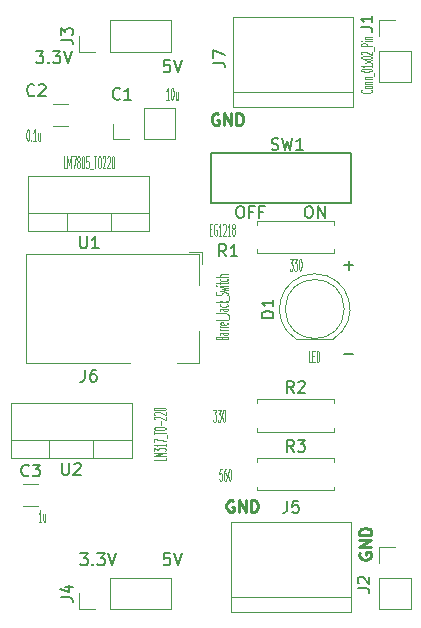
<source format=gbr>
%TF.GenerationSoftware,KiCad,Pcbnew,7.0.10*%
%TF.CreationDate,2024-02-15T23:55:06+08:00*%
%TF.ProjectId,Project 2 - Breadboard power supply,50726f6a-6563-4742-9032-202d20427265,rev?*%
%TF.SameCoordinates,Original*%
%TF.FileFunction,Legend,Top*%
%TF.FilePolarity,Positive*%
%FSLAX46Y46*%
G04 Gerber Fmt 4.6, Leading zero omitted, Abs format (unit mm)*
G04 Created by KiCad (PCBNEW 7.0.10) date 2024-02-15 23:55:06*
%MOMM*%
%LPD*%
G01*
G04 APERTURE LIST*
%ADD10C,0.150000*%
%ADD11C,0.250000*%
%ADD12C,0.100000*%
%ADD13C,0.120000*%
%ADD14C,0.152400*%
G04 APERTURE END LIST*
D10*
X78977255Y-69719819D02*
X79167731Y-69719819D01*
X79167731Y-69719819D02*
X79262969Y-69767438D01*
X79262969Y-69767438D02*
X79358207Y-69862676D01*
X79358207Y-69862676D02*
X79405826Y-70053152D01*
X79405826Y-70053152D02*
X79405826Y-70386485D01*
X79405826Y-70386485D02*
X79358207Y-70576961D01*
X79358207Y-70576961D02*
X79262969Y-70672200D01*
X79262969Y-70672200D02*
X79167731Y-70719819D01*
X79167731Y-70719819D02*
X78977255Y-70719819D01*
X78977255Y-70719819D02*
X78882017Y-70672200D01*
X78882017Y-70672200D02*
X78786779Y-70576961D01*
X78786779Y-70576961D02*
X78739160Y-70386485D01*
X78739160Y-70386485D02*
X78739160Y-70053152D01*
X78739160Y-70053152D02*
X78786779Y-69862676D01*
X78786779Y-69862676D02*
X78882017Y-69767438D01*
X78882017Y-69767438D02*
X78977255Y-69719819D01*
X79834398Y-70719819D02*
X79834398Y-69719819D01*
X79834398Y-69719819D02*
X80405826Y-70719819D01*
X80405826Y-70719819D02*
X80405826Y-69719819D01*
X73177255Y-69719819D02*
X73367731Y-69719819D01*
X73367731Y-69719819D02*
X73462969Y-69767438D01*
X73462969Y-69767438D02*
X73558207Y-69862676D01*
X73558207Y-69862676D02*
X73605826Y-70053152D01*
X73605826Y-70053152D02*
X73605826Y-70386485D01*
X73605826Y-70386485D02*
X73558207Y-70576961D01*
X73558207Y-70576961D02*
X73462969Y-70672200D01*
X73462969Y-70672200D02*
X73367731Y-70719819D01*
X73367731Y-70719819D02*
X73177255Y-70719819D01*
X73177255Y-70719819D02*
X73082017Y-70672200D01*
X73082017Y-70672200D02*
X72986779Y-70576961D01*
X72986779Y-70576961D02*
X72939160Y-70386485D01*
X72939160Y-70386485D02*
X72939160Y-70053152D01*
X72939160Y-70053152D02*
X72986779Y-69862676D01*
X72986779Y-69862676D02*
X73082017Y-69767438D01*
X73082017Y-69767438D02*
X73177255Y-69719819D01*
X74367731Y-70196009D02*
X74034398Y-70196009D01*
X74034398Y-70719819D02*
X74034398Y-69719819D01*
X74034398Y-69719819D02*
X74510588Y-69719819D01*
X75224874Y-70196009D02*
X74891541Y-70196009D01*
X74891541Y-70719819D02*
X74891541Y-69719819D01*
X74891541Y-69719819D02*
X75367731Y-69719819D01*
X82086779Y-82238866D02*
X82848684Y-82238866D01*
X82086779Y-74738866D02*
X82848684Y-74738866D01*
X82467731Y-75119819D02*
X82467731Y-74357914D01*
X59741541Y-99119819D02*
X60360588Y-99119819D01*
X60360588Y-99119819D02*
X60027255Y-99500771D01*
X60027255Y-99500771D02*
X60170112Y-99500771D01*
X60170112Y-99500771D02*
X60265350Y-99548390D01*
X60265350Y-99548390D02*
X60312969Y-99596009D01*
X60312969Y-99596009D02*
X60360588Y-99691247D01*
X60360588Y-99691247D02*
X60360588Y-99929342D01*
X60360588Y-99929342D02*
X60312969Y-100024580D01*
X60312969Y-100024580D02*
X60265350Y-100072200D01*
X60265350Y-100072200D02*
X60170112Y-100119819D01*
X60170112Y-100119819D02*
X59884398Y-100119819D01*
X59884398Y-100119819D02*
X59789160Y-100072200D01*
X59789160Y-100072200D02*
X59741541Y-100024580D01*
X60789160Y-100024580D02*
X60836779Y-100072200D01*
X60836779Y-100072200D02*
X60789160Y-100119819D01*
X60789160Y-100119819D02*
X60741541Y-100072200D01*
X60741541Y-100072200D02*
X60789160Y-100024580D01*
X60789160Y-100024580D02*
X60789160Y-100119819D01*
X61170112Y-99119819D02*
X61789159Y-99119819D01*
X61789159Y-99119819D02*
X61455826Y-99500771D01*
X61455826Y-99500771D02*
X61598683Y-99500771D01*
X61598683Y-99500771D02*
X61693921Y-99548390D01*
X61693921Y-99548390D02*
X61741540Y-99596009D01*
X61741540Y-99596009D02*
X61789159Y-99691247D01*
X61789159Y-99691247D02*
X61789159Y-99929342D01*
X61789159Y-99929342D02*
X61741540Y-100024580D01*
X61741540Y-100024580D02*
X61693921Y-100072200D01*
X61693921Y-100072200D02*
X61598683Y-100119819D01*
X61598683Y-100119819D02*
X61312969Y-100119819D01*
X61312969Y-100119819D02*
X61217731Y-100072200D01*
X61217731Y-100072200D02*
X61170112Y-100024580D01*
X62074874Y-99119819D02*
X62408207Y-100119819D01*
X62408207Y-100119819D02*
X62741540Y-99119819D01*
X55991541Y-56619819D02*
X56610588Y-56619819D01*
X56610588Y-56619819D02*
X56277255Y-57000771D01*
X56277255Y-57000771D02*
X56420112Y-57000771D01*
X56420112Y-57000771D02*
X56515350Y-57048390D01*
X56515350Y-57048390D02*
X56562969Y-57096009D01*
X56562969Y-57096009D02*
X56610588Y-57191247D01*
X56610588Y-57191247D02*
X56610588Y-57429342D01*
X56610588Y-57429342D02*
X56562969Y-57524580D01*
X56562969Y-57524580D02*
X56515350Y-57572200D01*
X56515350Y-57572200D02*
X56420112Y-57619819D01*
X56420112Y-57619819D02*
X56134398Y-57619819D01*
X56134398Y-57619819D02*
X56039160Y-57572200D01*
X56039160Y-57572200D02*
X55991541Y-57524580D01*
X57039160Y-57524580D02*
X57086779Y-57572200D01*
X57086779Y-57572200D02*
X57039160Y-57619819D01*
X57039160Y-57619819D02*
X56991541Y-57572200D01*
X56991541Y-57572200D02*
X57039160Y-57524580D01*
X57039160Y-57524580D02*
X57039160Y-57619819D01*
X57420112Y-56619819D02*
X58039159Y-56619819D01*
X58039159Y-56619819D02*
X57705826Y-57000771D01*
X57705826Y-57000771D02*
X57848683Y-57000771D01*
X57848683Y-57000771D02*
X57943921Y-57048390D01*
X57943921Y-57048390D02*
X57991540Y-57096009D01*
X57991540Y-57096009D02*
X58039159Y-57191247D01*
X58039159Y-57191247D02*
X58039159Y-57429342D01*
X58039159Y-57429342D02*
X57991540Y-57524580D01*
X57991540Y-57524580D02*
X57943921Y-57572200D01*
X57943921Y-57572200D02*
X57848683Y-57619819D01*
X57848683Y-57619819D02*
X57562969Y-57619819D01*
X57562969Y-57619819D02*
X57467731Y-57572200D01*
X57467731Y-57572200D02*
X57420112Y-57524580D01*
X58324874Y-56619819D02*
X58658207Y-57619819D01*
X58658207Y-57619819D02*
X58991540Y-56619819D01*
X67312969Y-57369819D02*
X66836779Y-57369819D01*
X66836779Y-57369819D02*
X66789160Y-57846009D01*
X66789160Y-57846009D02*
X66836779Y-57798390D01*
X66836779Y-57798390D02*
X66932017Y-57750771D01*
X66932017Y-57750771D02*
X67170112Y-57750771D01*
X67170112Y-57750771D02*
X67265350Y-57798390D01*
X67265350Y-57798390D02*
X67312969Y-57846009D01*
X67312969Y-57846009D02*
X67360588Y-57941247D01*
X67360588Y-57941247D02*
X67360588Y-58179342D01*
X67360588Y-58179342D02*
X67312969Y-58274580D01*
X67312969Y-58274580D02*
X67265350Y-58322200D01*
X67265350Y-58322200D02*
X67170112Y-58369819D01*
X67170112Y-58369819D02*
X66932017Y-58369819D01*
X66932017Y-58369819D02*
X66836779Y-58322200D01*
X66836779Y-58322200D02*
X66789160Y-58274580D01*
X67646303Y-57369819D02*
X67979636Y-58369819D01*
X67979636Y-58369819D02*
X68312969Y-57369819D01*
X67312969Y-99119819D02*
X66836779Y-99119819D01*
X66836779Y-99119819D02*
X66789160Y-99596009D01*
X66789160Y-99596009D02*
X66836779Y-99548390D01*
X66836779Y-99548390D02*
X66932017Y-99500771D01*
X66932017Y-99500771D02*
X67170112Y-99500771D01*
X67170112Y-99500771D02*
X67265350Y-99548390D01*
X67265350Y-99548390D02*
X67312969Y-99596009D01*
X67312969Y-99596009D02*
X67360588Y-99691247D01*
X67360588Y-99691247D02*
X67360588Y-99929342D01*
X67360588Y-99929342D02*
X67312969Y-100024580D01*
X67312969Y-100024580D02*
X67265350Y-100072200D01*
X67265350Y-100072200D02*
X67170112Y-100119819D01*
X67170112Y-100119819D02*
X66932017Y-100119819D01*
X66932017Y-100119819D02*
X66836779Y-100072200D01*
X66836779Y-100072200D02*
X66789160Y-100024580D01*
X67646303Y-99119819D02*
X67979636Y-100119819D01*
X67979636Y-100119819D02*
X68312969Y-99119819D01*
D11*
X83412238Y-99073622D02*
X83364619Y-99168860D01*
X83364619Y-99168860D02*
X83364619Y-99311717D01*
X83364619Y-99311717D02*
X83412238Y-99454574D01*
X83412238Y-99454574D02*
X83507476Y-99549812D01*
X83507476Y-99549812D02*
X83602714Y-99597431D01*
X83602714Y-99597431D02*
X83793190Y-99645050D01*
X83793190Y-99645050D02*
X83936047Y-99645050D01*
X83936047Y-99645050D02*
X84126523Y-99597431D01*
X84126523Y-99597431D02*
X84221761Y-99549812D01*
X84221761Y-99549812D02*
X84317000Y-99454574D01*
X84317000Y-99454574D02*
X84364619Y-99311717D01*
X84364619Y-99311717D02*
X84364619Y-99216479D01*
X84364619Y-99216479D02*
X84317000Y-99073622D01*
X84317000Y-99073622D02*
X84269380Y-99026003D01*
X84269380Y-99026003D02*
X83936047Y-99026003D01*
X83936047Y-99026003D02*
X83936047Y-99216479D01*
X84364619Y-98597431D02*
X83364619Y-98597431D01*
X83364619Y-98597431D02*
X84364619Y-98026003D01*
X84364619Y-98026003D02*
X83364619Y-98026003D01*
X84364619Y-97549812D02*
X83364619Y-97549812D01*
X83364619Y-97549812D02*
X83364619Y-97311717D01*
X83364619Y-97311717D02*
X83412238Y-97168860D01*
X83412238Y-97168860D02*
X83507476Y-97073622D01*
X83507476Y-97073622D02*
X83602714Y-97026003D01*
X83602714Y-97026003D02*
X83793190Y-96978384D01*
X83793190Y-96978384D02*
X83936047Y-96978384D01*
X83936047Y-96978384D02*
X84126523Y-97026003D01*
X84126523Y-97026003D02*
X84221761Y-97073622D01*
X84221761Y-97073622D02*
X84317000Y-97168860D01*
X84317000Y-97168860D02*
X84364619Y-97311717D01*
X84364619Y-97311717D02*
X84364619Y-97549812D01*
X72676377Y-94662238D02*
X72581139Y-94614619D01*
X72581139Y-94614619D02*
X72438282Y-94614619D01*
X72438282Y-94614619D02*
X72295425Y-94662238D01*
X72295425Y-94662238D02*
X72200187Y-94757476D01*
X72200187Y-94757476D02*
X72152568Y-94852714D01*
X72152568Y-94852714D02*
X72104949Y-95043190D01*
X72104949Y-95043190D02*
X72104949Y-95186047D01*
X72104949Y-95186047D02*
X72152568Y-95376523D01*
X72152568Y-95376523D02*
X72200187Y-95471761D01*
X72200187Y-95471761D02*
X72295425Y-95567000D01*
X72295425Y-95567000D02*
X72438282Y-95614619D01*
X72438282Y-95614619D02*
X72533520Y-95614619D01*
X72533520Y-95614619D02*
X72676377Y-95567000D01*
X72676377Y-95567000D02*
X72723996Y-95519380D01*
X72723996Y-95519380D02*
X72723996Y-95186047D01*
X72723996Y-95186047D02*
X72533520Y-95186047D01*
X73152568Y-95614619D02*
X73152568Y-94614619D01*
X73152568Y-94614619D02*
X73723996Y-95614619D01*
X73723996Y-95614619D02*
X73723996Y-94614619D01*
X74200187Y-95614619D02*
X74200187Y-94614619D01*
X74200187Y-94614619D02*
X74438282Y-94614619D01*
X74438282Y-94614619D02*
X74581139Y-94662238D01*
X74581139Y-94662238D02*
X74676377Y-94757476D01*
X74676377Y-94757476D02*
X74723996Y-94852714D01*
X74723996Y-94852714D02*
X74771615Y-95043190D01*
X74771615Y-95043190D02*
X74771615Y-95186047D01*
X74771615Y-95186047D02*
X74723996Y-95376523D01*
X74723996Y-95376523D02*
X74676377Y-95471761D01*
X74676377Y-95471761D02*
X74581139Y-95567000D01*
X74581139Y-95567000D02*
X74438282Y-95614619D01*
X74438282Y-95614619D02*
X74200187Y-95614619D01*
X71426377Y-61912238D02*
X71331139Y-61864619D01*
X71331139Y-61864619D02*
X71188282Y-61864619D01*
X71188282Y-61864619D02*
X71045425Y-61912238D01*
X71045425Y-61912238D02*
X70950187Y-62007476D01*
X70950187Y-62007476D02*
X70902568Y-62102714D01*
X70902568Y-62102714D02*
X70854949Y-62293190D01*
X70854949Y-62293190D02*
X70854949Y-62436047D01*
X70854949Y-62436047D02*
X70902568Y-62626523D01*
X70902568Y-62626523D02*
X70950187Y-62721761D01*
X70950187Y-62721761D02*
X71045425Y-62817000D01*
X71045425Y-62817000D02*
X71188282Y-62864619D01*
X71188282Y-62864619D02*
X71283520Y-62864619D01*
X71283520Y-62864619D02*
X71426377Y-62817000D01*
X71426377Y-62817000D02*
X71473996Y-62769380D01*
X71473996Y-62769380D02*
X71473996Y-62436047D01*
X71473996Y-62436047D02*
X71283520Y-62436047D01*
X71902568Y-62864619D02*
X71902568Y-61864619D01*
X71902568Y-61864619D02*
X72473996Y-62864619D01*
X72473996Y-62864619D02*
X72473996Y-61864619D01*
X72950187Y-62864619D02*
X72950187Y-61864619D01*
X72950187Y-61864619D02*
X73188282Y-61864619D01*
X73188282Y-61864619D02*
X73331139Y-61912238D01*
X73331139Y-61912238D02*
X73426377Y-62007476D01*
X73426377Y-62007476D02*
X73473996Y-62102714D01*
X73473996Y-62102714D02*
X73521615Y-62293190D01*
X73521615Y-62293190D02*
X73521615Y-62436047D01*
X73521615Y-62436047D02*
X73473996Y-62626523D01*
X73473996Y-62626523D02*
X73426377Y-62721761D01*
X73426377Y-62721761D02*
X73331139Y-62817000D01*
X73331139Y-62817000D02*
X73188282Y-62864619D01*
X73188282Y-62864619D02*
X72950187Y-62864619D01*
D10*
X58084819Y-102833333D02*
X58799104Y-102833333D01*
X58799104Y-102833333D02*
X58941961Y-102880952D01*
X58941961Y-102880952D02*
X59037200Y-102976190D01*
X59037200Y-102976190D02*
X59084819Y-103119047D01*
X59084819Y-103119047D02*
X59084819Y-103214285D01*
X58418152Y-101928571D02*
X59084819Y-101928571D01*
X58037200Y-102166666D02*
X58751485Y-102404761D01*
X58751485Y-102404761D02*
X58751485Y-101785714D01*
X58084819Y-55633333D02*
X58799104Y-55633333D01*
X58799104Y-55633333D02*
X58941961Y-55680952D01*
X58941961Y-55680952D02*
X59037200Y-55776190D01*
X59037200Y-55776190D02*
X59084819Y-55919047D01*
X59084819Y-55919047D02*
X59084819Y-56014285D01*
X58084819Y-55252380D02*
X58084819Y-54633333D01*
X58084819Y-54633333D02*
X58465771Y-54966666D01*
X58465771Y-54966666D02*
X58465771Y-54823809D01*
X58465771Y-54823809D02*
X58513390Y-54728571D01*
X58513390Y-54728571D02*
X58561009Y-54680952D01*
X58561009Y-54680952D02*
X58656247Y-54633333D01*
X58656247Y-54633333D02*
X58894342Y-54633333D01*
X58894342Y-54633333D02*
X58989580Y-54680952D01*
X58989580Y-54680952D02*
X59037200Y-54728571D01*
X59037200Y-54728571D02*
X59084819Y-54823809D01*
X59084819Y-54823809D02*
X59084819Y-55109523D01*
X59084819Y-55109523D02*
X59037200Y-55204761D01*
X59037200Y-55204761D02*
X58989580Y-55252380D01*
X77798333Y-90509819D02*
X77465000Y-90033628D01*
X77226905Y-90509819D02*
X77226905Y-89509819D01*
X77226905Y-89509819D02*
X77607857Y-89509819D01*
X77607857Y-89509819D02*
X77703095Y-89557438D01*
X77703095Y-89557438D02*
X77750714Y-89605057D01*
X77750714Y-89605057D02*
X77798333Y-89700295D01*
X77798333Y-89700295D02*
X77798333Y-89843152D01*
X77798333Y-89843152D02*
X77750714Y-89938390D01*
X77750714Y-89938390D02*
X77703095Y-89986009D01*
X77703095Y-89986009D02*
X77607857Y-90033628D01*
X77607857Y-90033628D02*
X77226905Y-90033628D01*
X78131667Y-89509819D02*
X78750714Y-89509819D01*
X78750714Y-89509819D02*
X78417381Y-89890771D01*
X78417381Y-89890771D02*
X78560238Y-89890771D01*
X78560238Y-89890771D02*
X78655476Y-89938390D01*
X78655476Y-89938390D02*
X78703095Y-89986009D01*
X78703095Y-89986009D02*
X78750714Y-90081247D01*
X78750714Y-90081247D02*
X78750714Y-90319342D01*
X78750714Y-90319342D02*
X78703095Y-90414580D01*
X78703095Y-90414580D02*
X78655476Y-90462200D01*
X78655476Y-90462200D02*
X78560238Y-90509819D01*
X78560238Y-90509819D02*
X78274524Y-90509819D01*
X78274524Y-90509819D02*
X78179286Y-90462200D01*
X78179286Y-90462200D02*
X78131667Y-90414580D01*
D12*
X71714286Y-91957419D02*
X71523810Y-91957419D01*
X71523810Y-91957419D02*
X71504762Y-92433609D01*
X71504762Y-92433609D02*
X71523810Y-92385990D01*
X71523810Y-92385990D02*
X71561905Y-92338371D01*
X71561905Y-92338371D02*
X71657143Y-92338371D01*
X71657143Y-92338371D02*
X71695238Y-92385990D01*
X71695238Y-92385990D02*
X71714286Y-92433609D01*
X71714286Y-92433609D02*
X71733333Y-92528847D01*
X71733333Y-92528847D02*
X71733333Y-92766942D01*
X71733333Y-92766942D02*
X71714286Y-92862180D01*
X71714286Y-92862180D02*
X71695238Y-92909800D01*
X71695238Y-92909800D02*
X71657143Y-92957419D01*
X71657143Y-92957419D02*
X71561905Y-92957419D01*
X71561905Y-92957419D02*
X71523810Y-92909800D01*
X71523810Y-92909800D02*
X71504762Y-92862180D01*
X72076190Y-91957419D02*
X72000000Y-91957419D01*
X72000000Y-91957419D02*
X71961904Y-92005038D01*
X71961904Y-92005038D02*
X71942857Y-92052657D01*
X71942857Y-92052657D02*
X71904762Y-92195514D01*
X71904762Y-92195514D02*
X71885714Y-92385990D01*
X71885714Y-92385990D02*
X71885714Y-92766942D01*
X71885714Y-92766942D02*
X71904762Y-92862180D01*
X71904762Y-92862180D02*
X71923809Y-92909800D01*
X71923809Y-92909800D02*
X71961904Y-92957419D01*
X71961904Y-92957419D02*
X72038095Y-92957419D01*
X72038095Y-92957419D02*
X72076190Y-92909800D01*
X72076190Y-92909800D02*
X72095238Y-92862180D01*
X72095238Y-92862180D02*
X72114285Y-92766942D01*
X72114285Y-92766942D02*
X72114285Y-92528847D01*
X72114285Y-92528847D02*
X72095238Y-92433609D01*
X72095238Y-92433609D02*
X72076190Y-92385990D01*
X72076190Y-92385990D02*
X72038095Y-92338371D01*
X72038095Y-92338371D02*
X71961904Y-92338371D01*
X71961904Y-92338371D02*
X71923809Y-92385990D01*
X71923809Y-92385990D02*
X71904762Y-92433609D01*
X71904762Y-92433609D02*
X71885714Y-92528847D01*
X72361904Y-91957419D02*
X72399999Y-91957419D01*
X72399999Y-91957419D02*
X72438095Y-92005038D01*
X72438095Y-92005038D02*
X72457142Y-92052657D01*
X72457142Y-92052657D02*
X72476190Y-92147895D01*
X72476190Y-92147895D02*
X72495237Y-92338371D01*
X72495237Y-92338371D02*
X72495237Y-92576466D01*
X72495237Y-92576466D02*
X72476190Y-92766942D01*
X72476190Y-92766942D02*
X72457142Y-92862180D01*
X72457142Y-92862180D02*
X72438095Y-92909800D01*
X72438095Y-92909800D02*
X72399999Y-92957419D01*
X72399999Y-92957419D02*
X72361904Y-92957419D01*
X72361904Y-92957419D02*
X72323809Y-92909800D01*
X72323809Y-92909800D02*
X72304761Y-92862180D01*
X72304761Y-92862180D02*
X72285714Y-92766942D01*
X72285714Y-92766942D02*
X72266666Y-92576466D01*
X72266666Y-92576466D02*
X72266666Y-92338371D01*
X72266666Y-92338371D02*
X72285714Y-92147895D01*
X72285714Y-92147895D02*
X72304761Y-92052657D01*
X72304761Y-92052657D02*
X72323809Y-92005038D01*
X72323809Y-92005038D02*
X72361904Y-91957419D01*
D10*
X59698095Y-72274819D02*
X59698095Y-73084342D01*
X59698095Y-73084342D02*
X59745714Y-73179580D01*
X59745714Y-73179580D02*
X59793333Y-73227200D01*
X59793333Y-73227200D02*
X59888571Y-73274819D01*
X59888571Y-73274819D02*
X60079047Y-73274819D01*
X60079047Y-73274819D02*
X60174285Y-73227200D01*
X60174285Y-73227200D02*
X60221904Y-73179580D01*
X60221904Y-73179580D02*
X60269523Y-73084342D01*
X60269523Y-73084342D02*
X60269523Y-72274819D01*
X61269523Y-73274819D02*
X60698095Y-73274819D01*
X60983809Y-73274819D02*
X60983809Y-72274819D01*
X60983809Y-72274819D02*
X60888571Y-72417676D01*
X60888571Y-72417676D02*
X60793333Y-72512914D01*
X60793333Y-72512914D02*
X60698095Y-72560533D01*
D12*
X58507620Y-66507419D02*
X58317144Y-66507419D01*
X58317144Y-66507419D02*
X58317144Y-65507419D01*
X58640954Y-66507419D02*
X58640954Y-65507419D01*
X58640954Y-65507419D02*
X58774287Y-66221704D01*
X58774287Y-66221704D02*
X58907620Y-65507419D01*
X58907620Y-65507419D02*
X58907620Y-66507419D01*
X59060001Y-65507419D02*
X59326668Y-65507419D01*
X59326668Y-65507419D02*
X59155239Y-66507419D01*
X59536191Y-65935990D02*
X59498096Y-65888371D01*
X59498096Y-65888371D02*
X59479049Y-65840752D01*
X59479049Y-65840752D02*
X59460001Y-65745514D01*
X59460001Y-65745514D02*
X59460001Y-65697895D01*
X59460001Y-65697895D02*
X59479049Y-65602657D01*
X59479049Y-65602657D02*
X59498096Y-65555038D01*
X59498096Y-65555038D02*
X59536191Y-65507419D01*
X59536191Y-65507419D02*
X59612382Y-65507419D01*
X59612382Y-65507419D02*
X59650477Y-65555038D01*
X59650477Y-65555038D02*
X59669525Y-65602657D01*
X59669525Y-65602657D02*
X59688572Y-65697895D01*
X59688572Y-65697895D02*
X59688572Y-65745514D01*
X59688572Y-65745514D02*
X59669525Y-65840752D01*
X59669525Y-65840752D02*
X59650477Y-65888371D01*
X59650477Y-65888371D02*
X59612382Y-65935990D01*
X59612382Y-65935990D02*
X59536191Y-65935990D01*
X59536191Y-65935990D02*
X59498096Y-65983609D01*
X59498096Y-65983609D02*
X59479049Y-66031228D01*
X59479049Y-66031228D02*
X59460001Y-66126466D01*
X59460001Y-66126466D02*
X59460001Y-66316942D01*
X59460001Y-66316942D02*
X59479049Y-66412180D01*
X59479049Y-66412180D02*
X59498096Y-66459800D01*
X59498096Y-66459800D02*
X59536191Y-66507419D01*
X59536191Y-66507419D02*
X59612382Y-66507419D01*
X59612382Y-66507419D02*
X59650477Y-66459800D01*
X59650477Y-66459800D02*
X59669525Y-66412180D01*
X59669525Y-66412180D02*
X59688572Y-66316942D01*
X59688572Y-66316942D02*
X59688572Y-66126466D01*
X59688572Y-66126466D02*
X59669525Y-66031228D01*
X59669525Y-66031228D02*
X59650477Y-65983609D01*
X59650477Y-65983609D02*
X59612382Y-65935990D01*
X59936191Y-65507419D02*
X59974286Y-65507419D01*
X59974286Y-65507419D02*
X60012382Y-65555038D01*
X60012382Y-65555038D02*
X60031429Y-65602657D01*
X60031429Y-65602657D02*
X60050477Y-65697895D01*
X60050477Y-65697895D02*
X60069524Y-65888371D01*
X60069524Y-65888371D02*
X60069524Y-66126466D01*
X60069524Y-66126466D02*
X60050477Y-66316942D01*
X60050477Y-66316942D02*
X60031429Y-66412180D01*
X60031429Y-66412180D02*
X60012382Y-66459800D01*
X60012382Y-66459800D02*
X59974286Y-66507419D01*
X59974286Y-66507419D02*
X59936191Y-66507419D01*
X59936191Y-66507419D02*
X59898096Y-66459800D01*
X59898096Y-66459800D02*
X59879048Y-66412180D01*
X59879048Y-66412180D02*
X59860001Y-66316942D01*
X59860001Y-66316942D02*
X59840953Y-66126466D01*
X59840953Y-66126466D02*
X59840953Y-65888371D01*
X59840953Y-65888371D02*
X59860001Y-65697895D01*
X59860001Y-65697895D02*
X59879048Y-65602657D01*
X59879048Y-65602657D02*
X59898096Y-65555038D01*
X59898096Y-65555038D02*
X59936191Y-65507419D01*
X60431429Y-65507419D02*
X60240953Y-65507419D01*
X60240953Y-65507419D02*
X60221905Y-65983609D01*
X60221905Y-65983609D02*
X60240953Y-65935990D01*
X60240953Y-65935990D02*
X60279048Y-65888371D01*
X60279048Y-65888371D02*
X60374286Y-65888371D01*
X60374286Y-65888371D02*
X60412381Y-65935990D01*
X60412381Y-65935990D02*
X60431429Y-65983609D01*
X60431429Y-65983609D02*
X60450476Y-66078847D01*
X60450476Y-66078847D02*
X60450476Y-66316942D01*
X60450476Y-66316942D02*
X60431429Y-66412180D01*
X60431429Y-66412180D02*
X60412381Y-66459800D01*
X60412381Y-66459800D02*
X60374286Y-66507419D01*
X60374286Y-66507419D02*
X60279048Y-66507419D01*
X60279048Y-66507419D02*
X60240953Y-66459800D01*
X60240953Y-66459800D02*
X60221905Y-66412180D01*
X60526667Y-66602657D02*
X60831428Y-66602657D01*
X60869524Y-65507419D02*
X61098095Y-65507419D01*
X60983809Y-66507419D02*
X60983809Y-65507419D01*
X61307619Y-65507419D02*
X61383810Y-65507419D01*
X61383810Y-65507419D02*
X61421905Y-65555038D01*
X61421905Y-65555038D02*
X61460000Y-65650276D01*
X61460000Y-65650276D02*
X61479048Y-65840752D01*
X61479048Y-65840752D02*
X61479048Y-66174085D01*
X61479048Y-66174085D02*
X61460000Y-66364561D01*
X61460000Y-66364561D02*
X61421905Y-66459800D01*
X61421905Y-66459800D02*
X61383810Y-66507419D01*
X61383810Y-66507419D02*
X61307619Y-66507419D01*
X61307619Y-66507419D02*
X61269524Y-66459800D01*
X61269524Y-66459800D02*
X61231429Y-66364561D01*
X61231429Y-66364561D02*
X61212381Y-66174085D01*
X61212381Y-66174085D02*
X61212381Y-65840752D01*
X61212381Y-65840752D02*
X61231429Y-65650276D01*
X61231429Y-65650276D02*
X61269524Y-65555038D01*
X61269524Y-65555038D02*
X61307619Y-65507419D01*
X61631429Y-65602657D02*
X61650477Y-65555038D01*
X61650477Y-65555038D02*
X61688572Y-65507419D01*
X61688572Y-65507419D02*
X61783810Y-65507419D01*
X61783810Y-65507419D02*
X61821905Y-65555038D01*
X61821905Y-65555038D02*
X61840953Y-65602657D01*
X61840953Y-65602657D02*
X61860000Y-65697895D01*
X61860000Y-65697895D02*
X61860000Y-65793133D01*
X61860000Y-65793133D02*
X61840953Y-65935990D01*
X61840953Y-65935990D02*
X61612381Y-66507419D01*
X61612381Y-66507419D02*
X61860000Y-66507419D01*
X62012381Y-65602657D02*
X62031429Y-65555038D01*
X62031429Y-65555038D02*
X62069524Y-65507419D01*
X62069524Y-65507419D02*
X62164762Y-65507419D01*
X62164762Y-65507419D02*
X62202857Y-65555038D01*
X62202857Y-65555038D02*
X62221905Y-65602657D01*
X62221905Y-65602657D02*
X62240952Y-65697895D01*
X62240952Y-65697895D02*
X62240952Y-65793133D01*
X62240952Y-65793133D02*
X62221905Y-65935990D01*
X62221905Y-65935990D02*
X61993333Y-66507419D01*
X61993333Y-66507419D02*
X62240952Y-66507419D01*
X62488571Y-65507419D02*
X62526666Y-65507419D01*
X62526666Y-65507419D02*
X62564762Y-65555038D01*
X62564762Y-65555038D02*
X62583809Y-65602657D01*
X62583809Y-65602657D02*
X62602857Y-65697895D01*
X62602857Y-65697895D02*
X62621904Y-65888371D01*
X62621904Y-65888371D02*
X62621904Y-66126466D01*
X62621904Y-66126466D02*
X62602857Y-66316942D01*
X62602857Y-66316942D02*
X62583809Y-66412180D01*
X62583809Y-66412180D02*
X62564762Y-66459800D01*
X62564762Y-66459800D02*
X62526666Y-66507419D01*
X62526666Y-66507419D02*
X62488571Y-66507419D01*
X62488571Y-66507419D02*
X62450476Y-66459800D01*
X62450476Y-66459800D02*
X62431428Y-66412180D01*
X62431428Y-66412180D02*
X62412381Y-66316942D01*
X62412381Y-66316942D02*
X62393333Y-66126466D01*
X62393333Y-66126466D02*
X62393333Y-65888371D01*
X62393333Y-65888371D02*
X62412381Y-65697895D01*
X62412381Y-65697895D02*
X62431428Y-65602657D01*
X62431428Y-65602657D02*
X62450476Y-65555038D01*
X62450476Y-65555038D02*
X62488571Y-65507419D01*
D10*
X63083333Y-60609580D02*
X63035714Y-60657200D01*
X63035714Y-60657200D02*
X62892857Y-60704819D01*
X62892857Y-60704819D02*
X62797619Y-60704819D01*
X62797619Y-60704819D02*
X62654762Y-60657200D01*
X62654762Y-60657200D02*
X62559524Y-60561961D01*
X62559524Y-60561961D02*
X62511905Y-60466723D01*
X62511905Y-60466723D02*
X62464286Y-60276247D01*
X62464286Y-60276247D02*
X62464286Y-60133390D01*
X62464286Y-60133390D02*
X62511905Y-59942914D01*
X62511905Y-59942914D02*
X62559524Y-59847676D01*
X62559524Y-59847676D02*
X62654762Y-59752438D01*
X62654762Y-59752438D02*
X62797619Y-59704819D01*
X62797619Y-59704819D02*
X62892857Y-59704819D01*
X62892857Y-59704819D02*
X63035714Y-59752438D01*
X63035714Y-59752438D02*
X63083333Y-59800057D01*
X64035714Y-60704819D02*
X63464286Y-60704819D01*
X63750000Y-60704819D02*
X63750000Y-59704819D01*
X63750000Y-59704819D02*
X63654762Y-59847676D01*
X63654762Y-59847676D02*
X63559524Y-59942914D01*
X63559524Y-59942914D02*
X63464286Y-59990533D01*
D12*
X67242857Y-60707419D02*
X67014286Y-60707419D01*
X67128572Y-60707419D02*
X67128572Y-59707419D01*
X67128572Y-59707419D02*
X67090476Y-59850276D01*
X67090476Y-59850276D02*
X67052381Y-59945514D01*
X67052381Y-59945514D02*
X67014286Y-59993133D01*
X67490476Y-59707419D02*
X67528571Y-59707419D01*
X67528571Y-59707419D02*
X67566667Y-59755038D01*
X67566667Y-59755038D02*
X67585714Y-59802657D01*
X67585714Y-59802657D02*
X67604762Y-59897895D01*
X67604762Y-59897895D02*
X67623809Y-60088371D01*
X67623809Y-60088371D02*
X67623809Y-60326466D01*
X67623809Y-60326466D02*
X67604762Y-60516942D01*
X67604762Y-60516942D02*
X67585714Y-60612180D01*
X67585714Y-60612180D02*
X67566667Y-60659800D01*
X67566667Y-60659800D02*
X67528571Y-60707419D01*
X67528571Y-60707419D02*
X67490476Y-60707419D01*
X67490476Y-60707419D02*
X67452381Y-60659800D01*
X67452381Y-60659800D02*
X67433333Y-60612180D01*
X67433333Y-60612180D02*
X67414286Y-60516942D01*
X67414286Y-60516942D02*
X67395238Y-60326466D01*
X67395238Y-60326466D02*
X67395238Y-60088371D01*
X67395238Y-60088371D02*
X67414286Y-59897895D01*
X67414286Y-59897895D02*
X67433333Y-59802657D01*
X67433333Y-59802657D02*
X67452381Y-59755038D01*
X67452381Y-59755038D02*
X67490476Y-59707419D01*
X67966666Y-60040752D02*
X67966666Y-60707419D01*
X67795238Y-60040752D02*
X67795238Y-60564561D01*
X67795238Y-60564561D02*
X67814285Y-60659800D01*
X67814285Y-60659800D02*
X67852380Y-60707419D01*
X67852380Y-60707419D02*
X67909523Y-60707419D01*
X67909523Y-60707419D02*
X67947619Y-60659800D01*
X67947619Y-60659800D02*
X67966666Y-60612180D01*
D10*
X72083333Y-73954819D02*
X71750000Y-73478628D01*
X71511905Y-73954819D02*
X71511905Y-72954819D01*
X71511905Y-72954819D02*
X71892857Y-72954819D01*
X71892857Y-72954819D02*
X71988095Y-73002438D01*
X71988095Y-73002438D02*
X72035714Y-73050057D01*
X72035714Y-73050057D02*
X72083333Y-73145295D01*
X72083333Y-73145295D02*
X72083333Y-73288152D01*
X72083333Y-73288152D02*
X72035714Y-73383390D01*
X72035714Y-73383390D02*
X71988095Y-73431009D01*
X71988095Y-73431009D02*
X71892857Y-73478628D01*
X71892857Y-73478628D02*
X71511905Y-73478628D01*
X73035714Y-73954819D02*
X72464286Y-73954819D01*
X72750000Y-73954819D02*
X72750000Y-72954819D01*
X72750000Y-72954819D02*
X72654762Y-73097676D01*
X72654762Y-73097676D02*
X72559524Y-73192914D01*
X72559524Y-73192914D02*
X72464286Y-73240533D01*
D12*
X77450714Y-74177419D02*
X77698333Y-74177419D01*
X77698333Y-74177419D02*
X77565000Y-74558371D01*
X77565000Y-74558371D02*
X77622143Y-74558371D01*
X77622143Y-74558371D02*
X77660238Y-74605990D01*
X77660238Y-74605990D02*
X77679286Y-74653609D01*
X77679286Y-74653609D02*
X77698333Y-74748847D01*
X77698333Y-74748847D02*
X77698333Y-74986942D01*
X77698333Y-74986942D02*
X77679286Y-75082180D01*
X77679286Y-75082180D02*
X77660238Y-75129800D01*
X77660238Y-75129800D02*
X77622143Y-75177419D01*
X77622143Y-75177419D02*
X77507857Y-75177419D01*
X77507857Y-75177419D02*
X77469762Y-75129800D01*
X77469762Y-75129800D02*
X77450714Y-75082180D01*
X77831666Y-74177419D02*
X78079285Y-74177419D01*
X78079285Y-74177419D02*
X77945952Y-74558371D01*
X77945952Y-74558371D02*
X78003095Y-74558371D01*
X78003095Y-74558371D02*
X78041190Y-74605990D01*
X78041190Y-74605990D02*
X78060238Y-74653609D01*
X78060238Y-74653609D02*
X78079285Y-74748847D01*
X78079285Y-74748847D02*
X78079285Y-74986942D01*
X78079285Y-74986942D02*
X78060238Y-75082180D01*
X78060238Y-75082180D02*
X78041190Y-75129800D01*
X78041190Y-75129800D02*
X78003095Y-75177419D01*
X78003095Y-75177419D02*
X77888809Y-75177419D01*
X77888809Y-75177419D02*
X77850714Y-75129800D01*
X77850714Y-75129800D02*
X77831666Y-75082180D01*
X78326904Y-74177419D02*
X78364999Y-74177419D01*
X78364999Y-74177419D02*
X78403095Y-74225038D01*
X78403095Y-74225038D02*
X78422142Y-74272657D01*
X78422142Y-74272657D02*
X78441190Y-74367895D01*
X78441190Y-74367895D02*
X78460237Y-74558371D01*
X78460237Y-74558371D02*
X78460237Y-74796466D01*
X78460237Y-74796466D02*
X78441190Y-74986942D01*
X78441190Y-74986942D02*
X78422142Y-75082180D01*
X78422142Y-75082180D02*
X78403095Y-75129800D01*
X78403095Y-75129800D02*
X78364999Y-75177419D01*
X78364999Y-75177419D02*
X78326904Y-75177419D01*
X78326904Y-75177419D02*
X78288809Y-75129800D01*
X78288809Y-75129800D02*
X78269761Y-75082180D01*
X78269761Y-75082180D02*
X78250714Y-74986942D01*
X78250714Y-74986942D02*
X78231666Y-74796466D01*
X78231666Y-74796466D02*
X78231666Y-74558371D01*
X78231666Y-74558371D02*
X78250714Y-74367895D01*
X78250714Y-74367895D02*
X78269761Y-74272657D01*
X78269761Y-74272657D02*
X78288809Y-74225038D01*
X78288809Y-74225038D02*
X78326904Y-74177419D01*
D10*
X58198095Y-91474819D02*
X58198095Y-92284342D01*
X58198095Y-92284342D02*
X58245714Y-92379580D01*
X58245714Y-92379580D02*
X58293333Y-92427200D01*
X58293333Y-92427200D02*
X58388571Y-92474819D01*
X58388571Y-92474819D02*
X58579047Y-92474819D01*
X58579047Y-92474819D02*
X58674285Y-92427200D01*
X58674285Y-92427200D02*
X58721904Y-92379580D01*
X58721904Y-92379580D02*
X58769523Y-92284342D01*
X58769523Y-92284342D02*
X58769523Y-91474819D01*
X59198095Y-91570057D02*
X59245714Y-91522438D01*
X59245714Y-91522438D02*
X59340952Y-91474819D01*
X59340952Y-91474819D02*
X59579047Y-91474819D01*
X59579047Y-91474819D02*
X59674285Y-91522438D01*
X59674285Y-91522438D02*
X59721904Y-91570057D01*
X59721904Y-91570057D02*
X59769523Y-91665295D01*
X59769523Y-91665295D02*
X59769523Y-91760533D01*
X59769523Y-91760533D02*
X59721904Y-91903390D01*
X59721904Y-91903390D02*
X59150476Y-92474819D01*
X59150476Y-92474819D02*
X59769523Y-92474819D01*
D12*
X66957419Y-91009522D02*
X66957419Y-91199998D01*
X66957419Y-91199998D02*
X65957419Y-91199998D01*
X66957419Y-90876188D02*
X65957419Y-90876188D01*
X65957419Y-90876188D02*
X66671704Y-90742855D01*
X66671704Y-90742855D02*
X65957419Y-90609522D01*
X65957419Y-90609522D02*
X66957419Y-90609522D01*
X65957419Y-90457141D02*
X65957419Y-90209522D01*
X65957419Y-90209522D02*
X66338371Y-90342855D01*
X66338371Y-90342855D02*
X66338371Y-90285712D01*
X66338371Y-90285712D02*
X66385990Y-90247617D01*
X66385990Y-90247617D02*
X66433609Y-90228569D01*
X66433609Y-90228569D02*
X66528847Y-90209522D01*
X66528847Y-90209522D02*
X66766942Y-90209522D01*
X66766942Y-90209522D02*
X66862180Y-90228569D01*
X66862180Y-90228569D02*
X66909800Y-90247617D01*
X66909800Y-90247617D02*
X66957419Y-90285712D01*
X66957419Y-90285712D02*
X66957419Y-90399998D01*
X66957419Y-90399998D02*
X66909800Y-90438093D01*
X66909800Y-90438093D02*
X66862180Y-90457141D01*
X66957419Y-89828570D02*
X66957419Y-90057141D01*
X66957419Y-89942855D02*
X65957419Y-89942855D01*
X65957419Y-89942855D02*
X66100276Y-89980951D01*
X66100276Y-89980951D02*
X66195514Y-90019046D01*
X66195514Y-90019046D02*
X66243133Y-90057141D01*
X65957419Y-89695237D02*
X65957419Y-89428570D01*
X65957419Y-89428570D02*
X66957419Y-89599999D01*
X67052657Y-89371428D02*
X67052657Y-89066666D01*
X65957419Y-89028570D02*
X65957419Y-88799999D01*
X66957419Y-88914285D02*
X65957419Y-88914285D01*
X65957419Y-88590475D02*
X65957419Y-88514284D01*
X65957419Y-88514284D02*
X66005038Y-88476189D01*
X66005038Y-88476189D02*
X66100276Y-88438094D01*
X66100276Y-88438094D02*
X66290752Y-88419046D01*
X66290752Y-88419046D02*
X66624085Y-88419046D01*
X66624085Y-88419046D02*
X66814561Y-88438094D01*
X66814561Y-88438094D02*
X66909800Y-88476189D01*
X66909800Y-88476189D02*
X66957419Y-88514284D01*
X66957419Y-88514284D02*
X66957419Y-88590475D01*
X66957419Y-88590475D02*
X66909800Y-88628570D01*
X66909800Y-88628570D02*
X66814561Y-88666665D01*
X66814561Y-88666665D02*
X66624085Y-88685713D01*
X66624085Y-88685713D02*
X66290752Y-88685713D01*
X66290752Y-88685713D02*
X66100276Y-88666665D01*
X66100276Y-88666665D02*
X66005038Y-88628570D01*
X66005038Y-88628570D02*
X65957419Y-88590475D01*
X66576466Y-88247617D02*
X66576466Y-87942856D01*
X66052657Y-87771427D02*
X66005038Y-87752379D01*
X66005038Y-87752379D02*
X65957419Y-87714284D01*
X65957419Y-87714284D02*
X65957419Y-87619046D01*
X65957419Y-87619046D02*
X66005038Y-87580951D01*
X66005038Y-87580951D02*
X66052657Y-87561903D01*
X66052657Y-87561903D02*
X66147895Y-87542856D01*
X66147895Y-87542856D02*
X66243133Y-87542856D01*
X66243133Y-87542856D02*
X66385990Y-87561903D01*
X66385990Y-87561903D02*
X66957419Y-87790475D01*
X66957419Y-87790475D02*
X66957419Y-87542856D01*
X66052657Y-87390475D02*
X66005038Y-87371427D01*
X66005038Y-87371427D02*
X65957419Y-87333332D01*
X65957419Y-87333332D02*
X65957419Y-87238094D01*
X65957419Y-87238094D02*
X66005038Y-87199999D01*
X66005038Y-87199999D02*
X66052657Y-87180951D01*
X66052657Y-87180951D02*
X66147895Y-87161904D01*
X66147895Y-87161904D02*
X66243133Y-87161904D01*
X66243133Y-87161904D02*
X66385990Y-87180951D01*
X66385990Y-87180951D02*
X66957419Y-87409523D01*
X66957419Y-87409523D02*
X66957419Y-87161904D01*
X65957419Y-86914285D02*
X65957419Y-86876190D01*
X65957419Y-86876190D02*
X66005038Y-86838094D01*
X66005038Y-86838094D02*
X66052657Y-86819047D01*
X66052657Y-86819047D02*
X66147895Y-86799999D01*
X66147895Y-86799999D02*
X66338371Y-86780952D01*
X66338371Y-86780952D02*
X66576466Y-86780952D01*
X66576466Y-86780952D02*
X66766942Y-86799999D01*
X66766942Y-86799999D02*
X66862180Y-86819047D01*
X66862180Y-86819047D02*
X66909800Y-86838094D01*
X66909800Y-86838094D02*
X66957419Y-86876190D01*
X66957419Y-86876190D02*
X66957419Y-86914285D01*
X66957419Y-86914285D02*
X66909800Y-86952380D01*
X66909800Y-86952380D02*
X66862180Y-86971428D01*
X66862180Y-86971428D02*
X66766942Y-86990475D01*
X66766942Y-86990475D02*
X66576466Y-87009523D01*
X66576466Y-87009523D02*
X66338371Y-87009523D01*
X66338371Y-87009523D02*
X66147895Y-86990475D01*
X66147895Y-86990475D02*
X66052657Y-86971428D01*
X66052657Y-86971428D02*
X66005038Y-86952380D01*
X66005038Y-86952380D02*
X65957419Y-86914285D01*
D10*
X75916667Y-64907200D02*
X76059524Y-64954819D01*
X76059524Y-64954819D02*
X76297619Y-64954819D01*
X76297619Y-64954819D02*
X76392857Y-64907200D01*
X76392857Y-64907200D02*
X76440476Y-64859580D01*
X76440476Y-64859580D02*
X76488095Y-64764342D01*
X76488095Y-64764342D02*
X76488095Y-64669104D01*
X76488095Y-64669104D02*
X76440476Y-64573866D01*
X76440476Y-64573866D02*
X76392857Y-64526247D01*
X76392857Y-64526247D02*
X76297619Y-64478628D01*
X76297619Y-64478628D02*
X76107143Y-64431009D01*
X76107143Y-64431009D02*
X76011905Y-64383390D01*
X76011905Y-64383390D02*
X75964286Y-64335771D01*
X75964286Y-64335771D02*
X75916667Y-64240533D01*
X75916667Y-64240533D02*
X75916667Y-64145295D01*
X75916667Y-64145295D02*
X75964286Y-64050057D01*
X75964286Y-64050057D02*
X76011905Y-64002438D01*
X76011905Y-64002438D02*
X76107143Y-63954819D01*
X76107143Y-63954819D02*
X76345238Y-63954819D01*
X76345238Y-63954819D02*
X76488095Y-64002438D01*
X76821429Y-63954819D02*
X77059524Y-64954819D01*
X77059524Y-64954819D02*
X77250000Y-64240533D01*
X77250000Y-64240533D02*
X77440476Y-64954819D01*
X77440476Y-64954819D02*
X77678572Y-63954819D01*
X78583333Y-64954819D02*
X78011905Y-64954819D01*
X78297619Y-64954819D02*
X78297619Y-63954819D01*
X78297619Y-63954819D02*
X78202381Y-64097676D01*
X78202381Y-64097676D02*
X78107143Y-64192914D01*
X78107143Y-64192914D02*
X78011905Y-64240533D01*
D12*
X70702382Y-71683609D02*
X70835715Y-71683609D01*
X70892858Y-72207419D02*
X70702382Y-72207419D01*
X70702382Y-72207419D02*
X70702382Y-71207419D01*
X70702382Y-71207419D02*
X70892858Y-71207419D01*
X71273810Y-71255038D02*
X71235715Y-71207419D01*
X71235715Y-71207419D02*
X71178572Y-71207419D01*
X71178572Y-71207419D02*
X71121429Y-71255038D01*
X71121429Y-71255038D02*
X71083334Y-71350276D01*
X71083334Y-71350276D02*
X71064287Y-71445514D01*
X71064287Y-71445514D02*
X71045239Y-71635990D01*
X71045239Y-71635990D02*
X71045239Y-71778847D01*
X71045239Y-71778847D02*
X71064287Y-71969323D01*
X71064287Y-71969323D02*
X71083334Y-72064561D01*
X71083334Y-72064561D02*
X71121429Y-72159800D01*
X71121429Y-72159800D02*
X71178572Y-72207419D01*
X71178572Y-72207419D02*
X71216668Y-72207419D01*
X71216668Y-72207419D02*
X71273810Y-72159800D01*
X71273810Y-72159800D02*
X71292858Y-72112180D01*
X71292858Y-72112180D02*
X71292858Y-71778847D01*
X71292858Y-71778847D02*
X71216668Y-71778847D01*
X71673810Y-72207419D02*
X71445239Y-72207419D01*
X71559525Y-72207419D02*
X71559525Y-71207419D01*
X71559525Y-71207419D02*
X71521429Y-71350276D01*
X71521429Y-71350276D02*
X71483334Y-71445514D01*
X71483334Y-71445514D02*
X71445239Y-71493133D01*
X71826191Y-71302657D02*
X71845239Y-71255038D01*
X71845239Y-71255038D02*
X71883334Y-71207419D01*
X71883334Y-71207419D02*
X71978572Y-71207419D01*
X71978572Y-71207419D02*
X72016667Y-71255038D01*
X72016667Y-71255038D02*
X72035715Y-71302657D01*
X72035715Y-71302657D02*
X72054762Y-71397895D01*
X72054762Y-71397895D02*
X72054762Y-71493133D01*
X72054762Y-71493133D02*
X72035715Y-71635990D01*
X72035715Y-71635990D02*
X71807143Y-72207419D01*
X71807143Y-72207419D02*
X72054762Y-72207419D01*
X72435714Y-72207419D02*
X72207143Y-72207419D01*
X72321429Y-72207419D02*
X72321429Y-71207419D01*
X72321429Y-71207419D02*
X72283333Y-71350276D01*
X72283333Y-71350276D02*
X72245238Y-71445514D01*
X72245238Y-71445514D02*
X72207143Y-71493133D01*
X72664285Y-71635990D02*
X72626190Y-71588371D01*
X72626190Y-71588371D02*
X72607143Y-71540752D01*
X72607143Y-71540752D02*
X72588095Y-71445514D01*
X72588095Y-71445514D02*
X72588095Y-71397895D01*
X72588095Y-71397895D02*
X72607143Y-71302657D01*
X72607143Y-71302657D02*
X72626190Y-71255038D01*
X72626190Y-71255038D02*
X72664285Y-71207419D01*
X72664285Y-71207419D02*
X72740476Y-71207419D01*
X72740476Y-71207419D02*
X72778571Y-71255038D01*
X72778571Y-71255038D02*
X72797619Y-71302657D01*
X72797619Y-71302657D02*
X72816666Y-71397895D01*
X72816666Y-71397895D02*
X72816666Y-71445514D01*
X72816666Y-71445514D02*
X72797619Y-71540752D01*
X72797619Y-71540752D02*
X72778571Y-71588371D01*
X72778571Y-71588371D02*
X72740476Y-71635990D01*
X72740476Y-71635990D02*
X72664285Y-71635990D01*
X72664285Y-71635990D02*
X72626190Y-71683609D01*
X72626190Y-71683609D02*
X72607143Y-71731228D01*
X72607143Y-71731228D02*
X72588095Y-71826466D01*
X72588095Y-71826466D02*
X72588095Y-72016942D01*
X72588095Y-72016942D02*
X72607143Y-72112180D01*
X72607143Y-72112180D02*
X72626190Y-72159800D01*
X72626190Y-72159800D02*
X72664285Y-72207419D01*
X72664285Y-72207419D02*
X72740476Y-72207419D01*
X72740476Y-72207419D02*
X72778571Y-72159800D01*
X72778571Y-72159800D02*
X72797619Y-72112180D01*
X72797619Y-72112180D02*
X72816666Y-72016942D01*
X72816666Y-72016942D02*
X72816666Y-71826466D01*
X72816666Y-71826466D02*
X72797619Y-71731228D01*
X72797619Y-71731228D02*
X72778571Y-71683609D01*
X72778571Y-71683609D02*
X72740476Y-71635990D01*
D10*
X55833333Y-60309580D02*
X55785714Y-60357200D01*
X55785714Y-60357200D02*
X55642857Y-60404819D01*
X55642857Y-60404819D02*
X55547619Y-60404819D01*
X55547619Y-60404819D02*
X55404762Y-60357200D01*
X55404762Y-60357200D02*
X55309524Y-60261961D01*
X55309524Y-60261961D02*
X55261905Y-60166723D01*
X55261905Y-60166723D02*
X55214286Y-59976247D01*
X55214286Y-59976247D02*
X55214286Y-59833390D01*
X55214286Y-59833390D02*
X55261905Y-59642914D01*
X55261905Y-59642914D02*
X55309524Y-59547676D01*
X55309524Y-59547676D02*
X55404762Y-59452438D01*
X55404762Y-59452438D02*
X55547619Y-59404819D01*
X55547619Y-59404819D02*
X55642857Y-59404819D01*
X55642857Y-59404819D02*
X55785714Y-59452438D01*
X55785714Y-59452438D02*
X55833333Y-59500057D01*
X56214286Y-59500057D02*
X56261905Y-59452438D01*
X56261905Y-59452438D02*
X56357143Y-59404819D01*
X56357143Y-59404819D02*
X56595238Y-59404819D01*
X56595238Y-59404819D02*
X56690476Y-59452438D01*
X56690476Y-59452438D02*
X56738095Y-59500057D01*
X56738095Y-59500057D02*
X56785714Y-59595295D01*
X56785714Y-59595295D02*
X56785714Y-59690533D01*
X56785714Y-59690533D02*
X56738095Y-59833390D01*
X56738095Y-59833390D02*
X56166667Y-60404819D01*
X56166667Y-60404819D02*
X56785714Y-60404819D01*
D12*
X55264286Y-63207419D02*
X55302381Y-63207419D01*
X55302381Y-63207419D02*
X55340477Y-63255038D01*
X55340477Y-63255038D02*
X55359524Y-63302657D01*
X55359524Y-63302657D02*
X55378572Y-63397895D01*
X55378572Y-63397895D02*
X55397619Y-63588371D01*
X55397619Y-63588371D02*
X55397619Y-63826466D01*
X55397619Y-63826466D02*
X55378572Y-64016942D01*
X55378572Y-64016942D02*
X55359524Y-64112180D01*
X55359524Y-64112180D02*
X55340477Y-64159800D01*
X55340477Y-64159800D02*
X55302381Y-64207419D01*
X55302381Y-64207419D02*
X55264286Y-64207419D01*
X55264286Y-64207419D02*
X55226191Y-64159800D01*
X55226191Y-64159800D02*
X55207143Y-64112180D01*
X55207143Y-64112180D02*
X55188096Y-64016942D01*
X55188096Y-64016942D02*
X55169048Y-63826466D01*
X55169048Y-63826466D02*
X55169048Y-63588371D01*
X55169048Y-63588371D02*
X55188096Y-63397895D01*
X55188096Y-63397895D02*
X55207143Y-63302657D01*
X55207143Y-63302657D02*
X55226191Y-63255038D01*
X55226191Y-63255038D02*
X55264286Y-63207419D01*
X55569048Y-64112180D02*
X55588095Y-64159800D01*
X55588095Y-64159800D02*
X55569048Y-64207419D01*
X55569048Y-64207419D02*
X55550000Y-64159800D01*
X55550000Y-64159800D02*
X55569048Y-64112180D01*
X55569048Y-64112180D02*
X55569048Y-64207419D01*
X55969047Y-64207419D02*
X55740476Y-64207419D01*
X55854762Y-64207419D02*
X55854762Y-63207419D01*
X55854762Y-63207419D02*
X55816666Y-63350276D01*
X55816666Y-63350276D02*
X55778571Y-63445514D01*
X55778571Y-63445514D02*
X55740476Y-63493133D01*
X56311904Y-63540752D02*
X56311904Y-64207419D01*
X56140476Y-63540752D02*
X56140476Y-64064561D01*
X56140476Y-64064561D02*
X56159523Y-64159800D01*
X56159523Y-64159800D02*
X56197618Y-64207419D01*
X56197618Y-64207419D02*
X56254761Y-64207419D01*
X56254761Y-64207419D02*
X56292857Y-64159800D01*
X56292857Y-64159800D02*
X56311904Y-64112180D01*
D10*
X83204819Y-102083333D02*
X83919104Y-102083333D01*
X83919104Y-102083333D02*
X84061961Y-102130952D01*
X84061961Y-102130952D02*
X84157200Y-102226190D01*
X84157200Y-102226190D02*
X84204819Y-102369047D01*
X84204819Y-102369047D02*
X84204819Y-102464285D01*
X83300057Y-101654761D02*
X83252438Y-101607142D01*
X83252438Y-101607142D02*
X83204819Y-101511904D01*
X83204819Y-101511904D02*
X83204819Y-101273809D01*
X83204819Y-101273809D02*
X83252438Y-101178571D01*
X83252438Y-101178571D02*
X83300057Y-101130952D01*
X83300057Y-101130952D02*
X83395295Y-101083333D01*
X83395295Y-101083333D02*
X83490533Y-101083333D01*
X83490533Y-101083333D02*
X83633390Y-101130952D01*
X83633390Y-101130952D02*
X84204819Y-101702380D01*
X84204819Y-101702380D02*
X84204819Y-101083333D01*
X83454819Y-54583333D02*
X84169104Y-54583333D01*
X84169104Y-54583333D02*
X84311961Y-54630952D01*
X84311961Y-54630952D02*
X84407200Y-54726190D01*
X84407200Y-54726190D02*
X84454819Y-54869047D01*
X84454819Y-54869047D02*
X84454819Y-54964285D01*
X84454819Y-53583333D02*
X84454819Y-54154761D01*
X84454819Y-53869047D02*
X83454819Y-53869047D01*
X83454819Y-53869047D02*
X83597676Y-53964285D01*
X83597676Y-53964285D02*
X83692914Y-54059523D01*
X83692914Y-54059523D02*
X83740533Y-54154761D01*
D12*
X84362180Y-59873809D02*
X84409800Y-59892857D01*
X84409800Y-59892857D02*
X84457419Y-59949999D01*
X84457419Y-59949999D02*
X84457419Y-59988095D01*
X84457419Y-59988095D02*
X84409800Y-60045238D01*
X84409800Y-60045238D02*
X84314561Y-60083333D01*
X84314561Y-60083333D02*
X84219323Y-60102380D01*
X84219323Y-60102380D02*
X84028847Y-60121428D01*
X84028847Y-60121428D02*
X83885990Y-60121428D01*
X83885990Y-60121428D02*
X83695514Y-60102380D01*
X83695514Y-60102380D02*
X83600276Y-60083333D01*
X83600276Y-60083333D02*
X83505038Y-60045238D01*
X83505038Y-60045238D02*
X83457419Y-59988095D01*
X83457419Y-59988095D02*
X83457419Y-59949999D01*
X83457419Y-59949999D02*
X83505038Y-59892857D01*
X83505038Y-59892857D02*
X83552657Y-59873809D01*
X84457419Y-59645238D02*
X84409800Y-59683333D01*
X84409800Y-59683333D02*
X84362180Y-59702380D01*
X84362180Y-59702380D02*
X84266942Y-59721428D01*
X84266942Y-59721428D02*
X83981228Y-59721428D01*
X83981228Y-59721428D02*
X83885990Y-59702380D01*
X83885990Y-59702380D02*
X83838371Y-59683333D01*
X83838371Y-59683333D02*
X83790752Y-59645238D01*
X83790752Y-59645238D02*
X83790752Y-59588095D01*
X83790752Y-59588095D02*
X83838371Y-59549999D01*
X83838371Y-59549999D02*
X83885990Y-59530952D01*
X83885990Y-59530952D02*
X83981228Y-59511904D01*
X83981228Y-59511904D02*
X84266942Y-59511904D01*
X84266942Y-59511904D02*
X84362180Y-59530952D01*
X84362180Y-59530952D02*
X84409800Y-59549999D01*
X84409800Y-59549999D02*
X84457419Y-59588095D01*
X84457419Y-59588095D02*
X84457419Y-59645238D01*
X83790752Y-59340475D02*
X84457419Y-59340475D01*
X83885990Y-59340475D02*
X83838371Y-59321428D01*
X83838371Y-59321428D02*
X83790752Y-59283333D01*
X83790752Y-59283333D02*
X83790752Y-59226190D01*
X83790752Y-59226190D02*
X83838371Y-59188094D01*
X83838371Y-59188094D02*
X83933609Y-59169047D01*
X83933609Y-59169047D02*
X84457419Y-59169047D01*
X83790752Y-58978570D02*
X84457419Y-58978570D01*
X83885990Y-58978570D02*
X83838371Y-58959523D01*
X83838371Y-58959523D02*
X83790752Y-58921428D01*
X83790752Y-58921428D02*
X83790752Y-58864285D01*
X83790752Y-58864285D02*
X83838371Y-58826189D01*
X83838371Y-58826189D02*
X83933609Y-58807142D01*
X83933609Y-58807142D02*
X84457419Y-58807142D01*
X84552657Y-58711904D02*
X84552657Y-58407142D01*
X83457419Y-58235713D02*
X83457419Y-58197618D01*
X83457419Y-58197618D02*
X83505038Y-58159522D01*
X83505038Y-58159522D02*
X83552657Y-58140475D01*
X83552657Y-58140475D02*
X83647895Y-58121427D01*
X83647895Y-58121427D02*
X83838371Y-58102380D01*
X83838371Y-58102380D02*
X84076466Y-58102380D01*
X84076466Y-58102380D02*
X84266942Y-58121427D01*
X84266942Y-58121427D02*
X84362180Y-58140475D01*
X84362180Y-58140475D02*
X84409800Y-58159522D01*
X84409800Y-58159522D02*
X84457419Y-58197618D01*
X84457419Y-58197618D02*
X84457419Y-58235713D01*
X84457419Y-58235713D02*
X84409800Y-58273808D01*
X84409800Y-58273808D02*
X84362180Y-58292856D01*
X84362180Y-58292856D02*
X84266942Y-58311903D01*
X84266942Y-58311903D02*
X84076466Y-58330951D01*
X84076466Y-58330951D02*
X83838371Y-58330951D01*
X83838371Y-58330951D02*
X83647895Y-58311903D01*
X83647895Y-58311903D02*
X83552657Y-58292856D01*
X83552657Y-58292856D02*
X83505038Y-58273808D01*
X83505038Y-58273808D02*
X83457419Y-58235713D01*
X84457419Y-57721428D02*
X84457419Y-57949999D01*
X84457419Y-57835713D02*
X83457419Y-57835713D01*
X83457419Y-57835713D02*
X83600276Y-57873809D01*
X83600276Y-57873809D02*
X83695514Y-57911904D01*
X83695514Y-57911904D02*
X83743133Y-57949999D01*
X84457419Y-57588095D02*
X83790752Y-57378571D01*
X83790752Y-57588095D02*
X84457419Y-57378571D01*
X83457419Y-57149999D02*
X83457419Y-57111904D01*
X83457419Y-57111904D02*
X83505038Y-57073808D01*
X83505038Y-57073808D02*
X83552657Y-57054761D01*
X83552657Y-57054761D02*
X83647895Y-57035713D01*
X83647895Y-57035713D02*
X83838371Y-57016666D01*
X83838371Y-57016666D02*
X84076466Y-57016666D01*
X84076466Y-57016666D02*
X84266942Y-57035713D01*
X84266942Y-57035713D02*
X84362180Y-57054761D01*
X84362180Y-57054761D02*
X84409800Y-57073808D01*
X84409800Y-57073808D02*
X84457419Y-57111904D01*
X84457419Y-57111904D02*
X84457419Y-57149999D01*
X84457419Y-57149999D02*
X84409800Y-57188094D01*
X84409800Y-57188094D02*
X84362180Y-57207142D01*
X84362180Y-57207142D02*
X84266942Y-57226189D01*
X84266942Y-57226189D02*
X84076466Y-57245237D01*
X84076466Y-57245237D02*
X83838371Y-57245237D01*
X83838371Y-57245237D02*
X83647895Y-57226189D01*
X83647895Y-57226189D02*
X83552657Y-57207142D01*
X83552657Y-57207142D02*
X83505038Y-57188094D01*
X83505038Y-57188094D02*
X83457419Y-57149999D01*
X83552657Y-56864285D02*
X83505038Y-56845237D01*
X83505038Y-56845237D02*
X83457419Y-56807142D01*
X83457419Y-56807142D02*
X83457419Y-56711904D01*
X83457419Y-56711904D02*
X83505038Y-56673809D01*
X83505038Y-56673809D02*
X83552657Y-56654761D01*
X83552657Y-56654761D02*
X83647895Y-56635714D01*
X83647895Y-56635714D02*
X83743133Y-56635714D01*
X83743133Y-56635714D02*
X83885990Y-56654761D01*
X83885990Y-56654761D02*
X84457419Y-56883333D01*
X84457419Y-56883333D02*
X84457419Y-56635714D01*
X84552657Y-56559524D02*
X84552657Y-56254762D01*
X84457419Y-56159523D02*
X83457419Y-56159523D01*
X83457419Y-56159523D02*
X83457419Y-56007142D01*
X83457419Y-56007142D02*
X83505038Y-55969047D01*
X83505038Y-55969047D02*
X83552657Y-55950000D01*
X83552657Y-55950000D02*
X83647895Y-55930952D01*
X83647895Y-55930952D02*
X83790752Y-55930952D01*
X83790752Y-55930952D02*
X83885990Y-55950000D01*
X83885990Y-55950000D02*
X83933609Y-55969047D01*
X83933609Y-55969047D02*
X83981228Y-56007142D01*
X83981228Y-56007142D02*
X83981228Y-56159523D01*
X84457419Y-55759523D02*
X83790752Y-55759523D01*
X83457419Y-55759523D02*
X83505038Y-55778571D01*
X83505038Y-55778571D02*
X83552657Y-55759523D01*
X83552657Y-55759523D02*
X83505038Y-55740476D01*
X83505038Y-55740476D02*
X83457419Y-55759523D01*
X83457419Y-55759523D02*
X83552657Y-55759523D01*
X83790752Y-55569047D02*
X84457419Y-55569047D01*
X83885990Y-55569047D02*
X83838371Y-55550000D01*
X83838371Y-55550000D02*
X83790752Y-55511905D01*
X83790752Y-55511905D02*
X83790752Y-55454762D01*
X83790752Y-55454762D02*
X83838371Y-55416666D01*
X83838371Y-55416666D02*
X83933609Y-55397619D01*
X83933609Y-55397619D02*
X84457419Y-55397619D01*
D10*
X55358333Y-92509580D02*
X55310714Y-92557200D01*
X55310714Y-92557200D02*
X55167857Y-92604819D01*
X55167857Y-92604819D02*
X55072619Y-92604819D01*
X55072619Y-92604819D02*
X54929762Y-92557200D01*
X54929762Y-92557200D02*
X54834524Y-92461961D01*
X54834524Y-92461961D02*
X54786905Y-92366723D01*
X54786905Y-92366723D02*
X54739286Y-92176247D01*
X54739286Y-92176247D02*
X54739286Y-92033390D01*
X54739286Y-92033390D02*
X54786905Y-91842914D01*
X54786905Y-91842914D02*
X54834524Y-91747676D01*
X54834524Y-91747676D02*
X54929762Y-91652438D01*
X54929762Y-91652438D02*
X55072619Y-91604819D01*
X55072619Y-91604819D02*
X55167857Y-91604819D01*
X55167857Y-91604819D02*
X55310714Y-91652438D01*
X55310714Y-91652438D02*
X55358333Y-91700057D01*
X55691667Y-91604819D02*
X56310714Y-91604819D01*
X56310714Y-91604819D02*
X55977381Y-91985771D01*
X55977381Y-91985771D02*
X56120238Y-91985771D01*
X56120238Y-91985771D02*
X56215476Y-92033390D01*
X56215476Y-92033390D02*
X56263095Y-92081009D01*
X56263095Y-92081009D02*
X56310714Y-92176247D01*
X56310714Y-92176247D02*
X56310714Y-92414342D01*
X56310714Y-92414342D02*
X56263095Y-92509580D01*
X56263095Y-92509580D02*
X56215476Y-92557200D01*
X56215476Y-92557200D02*
X56120238Y-92604819D01*
X56120238Y-92604819D02*
X55834524Y-92604819D01*
X55834524Y-92604819D02*
X55739286Y-92557200D01*
X55739286Y-92557200D02*
X55691667Y-92509580D01*
D12*
X56433333Y-96457419D02*
X56204762Y-96457419D01*
X56319048Y-96457419D02*
X56319048Y-95457419D01*
X56319048Y-95457419D02*
X56280952Y-95600276D01*
X56280952Y-95600276D02*
X56242857Y-95695514D01*
X56242857Y-95695514D02*
X56204762Y-95743133D01*
X56776190Y-95790752D02*
X56776190Y-96457419D01*
X56604762Y-95790752D02*
X56604762Y-96314561D01*
X56604762Y-96314561D02*
X56623809Y-96409800D01*
X56623809Y-96409800D02*
X56661904Y-96457419D01*
X56661904Y-96457419D02*
X56719047Y-96457419D01*
X56719047Y-96457419D02*
X56757143Y-96409800D01*
X56757143Y-96409800D02*
X56776190Y-96362180D01*
D10*
X77241666Y-94674819D02*
X77241666Y-95389104D01*
X77241666Y-95389104D02*
X77194047Y-95531961D01*
X77194047Y-95531961D02*
X77098809Y-95627200D01*
X77098809Y-95627200D02*
X76955952Y-95674819D01*
X76955952Y-95674819D02*
X76860714Y-95674819D01*
X78194047Y-94674819D02*
X77717857Y-94674819D01*
X77717857Y-94674819D02*
X77670238Y-95151009D01*
X77670238Y-95151009D02*
X77717857Y-95103390D01*
X77717857Y-95103390D02*
X77813095Y-95055771D01*
X77813095Y-95055771D02*
X78051190Y-95055771D01*
X78051190Y-95055771D02*
X78146428Y-95103390D01*
X78146428Y-95103390D02*
X78194047Y-95151009D01*
X78194047Y-95151009D02*
X78241666Y-95246247D01*
X78241666Y-95246247D02*
X78241666Y-95484342D01*
X78241666Y-95484342D02*
X78194047Y-95579580D01*
X78194047Y-95579580D02*
X78146428Y-95627200D01*
X78146428Y-95627200D02*
X78051190Y-95674819D01*
X78051190Y-95674819D02*
X77813095Y-95674819D01*
X77813095Y-95674819D02*
X77717857Y-95627200D01*
X77717857Y-95627200D02*
X77670238Y-95579580D01*
X60116666Y-83572319D02*
X60116666Y-84286604D01*
X60116666Y-84286604D02*
X60069047Y-84429461D01*
X60069047Y-84429461D02*
X59973809Y-84524700D01*
X59973809Y-84524700D02*
X59830952Y-84572319D01*
X59830952Y-84572319D02*
X59735714Y-84572319D01*
X61021428Y-83572319D02*
X60830952Y-83572319D01*
X60830952Y-83572319D02*
X60735714Y-83619938D01*
X60735714Y-83619938D02*
X60688095Y-83667557D01*
X60688095Y-83667557D02*
X60592857Y-83810414D01*
X60592857Y-83810414D02*
X60545238Y-84000890D01*
X60545238Y-84000890D02*
X60545238Y-84381842D01*
X60545238Y-84381842D02*
X60592857Y-84477080D01*
X60592857Y-84477080D02*
X60640476Y-84524700D01*
X60640476Y-84524700D02*
X60735714Y-84572319D01*
X60735714Y-84572319D02*
X60926190Y-84572319D01*
X60926190Y-84572319D02*
X61021428Y-84524700D01*
X61021428Y-84524700D02*
X61069047Y-84477080D01*
X61069047Y-84477080D02*
X61116666Y-84381842D01*
X61116666Y-84381842D02*
X61116666Y-84143747D01*
X61116666Y-84143747D02*
X61069047Y-84048509D01*
X61069047Y-84048509D02*
X61021428Y-84000890D01*
X61021428Y-84000890D02*
X60926190Y-83953271D01*
X60926190Y-83953271D02*
X60735714Y-83953271D01*
X60735714Y-83953271D02*
X60640476Y-84000890D01*
X60640476Y-84000890D02*
X60592857Y-84048509D01*
X60592857Y-84048509D02*
X60545238Y-84143747D01*
D12*
X71683609Y-80859523D02*
X71731228Y-80802380D01*
X71731228Y-80802380D02*
X71778847Y-80783333D01*
X71778847Y-80783333D02*
X71874085Y-80764285D01*
X71874085Y-80764285D02*
X72016942Y-80764285D01*
X72016942Y-80764285D02*
X72112180Y-80783333D01*
X72112180Y-80783333D02*
X72159800Y-80802380D01*
X72159800Y-80802380D02*
X72207419Y-80840475D01*
X72207419Y-80840475D02*
X72207419Y-80992856D01*
X72207419Y-80992856D02*
X71207419Y-80992856D01*
X71207419Y-80992856D02*
X71207419Y-80859523D01*
X71207419Y-80859523D02*
X71255038Y-80821428D01*
X71255038Y-80821428D02*
X71302657Y-80802380D01*
X71302657Y-80802380D02*
X71397895Y-80783333D01*
X71397895Y-80783333D02*
X71493133Y-80783333D01*
X71493133Y-80783333D02*
X71588371Y-80802380D01*
X71588371Y-80802380D02*
X71635990Y-80821428D01*
X71635990Y-80821428D02*
X71683609Y-80859523D01*
X71683609Y-80859523D02*
X71683609Y-80992856D01*
X72207419Y-80421428D02*
X71683609Y-80421428D01*
X71683609Y-80421428D02*
X71588371Y-80440475D01*
X71588371Y-80440475D02*
X71540752Y-80478571D01*
X71540752Y-80478571D02*
X71540752Y-80554761D01*
X71540752Y-80554761D02*
X71588371Y-80592856D01*
X72159800Y-80421428D02*
X72207419Y-80459523D01*
X72207419Y-80459523D02*
X72207419Y-80554761D01*
X72207419Y-80554761D02*
X72159800Y-80592856D01*
X72159800Y-80592856D02*
X72064561Y-80611904D01*
X72064561Y-80611904D02*
X71969323Y-80611904D01*
X71969323Y-80611904D02*
X71874085Y-80592856D01*
X71874085Y-80592856D02*
X71826466Y-80554761D01*
X71826466Y-80554761D02*
X71826466Y-80459523D01*
X71826466Y-80459523D02*
X71778847Y-80421428D01*
X72207419Y-80230951D02*
X71540752Y-80230951D01*
X71731228Y-80230951D02*
X71635990Y-80211904D01*
X71635990Y-80211904D02*
X71588371Y-80192856D01*
X71588371Y-80192856D02*
X71540752Y-80154761D01*
X71540752Y-80154761D02*
X71540752Y-80116666D01*
X72207419Y-79983332D02*
X71540752Y-79983332D01*
X71731228Y-79983332D02*
X71635990Y-79964285D01*
X71635990Y-79964285D02*
X71588371Y-79945237D01*
X71588371Y-79945237D02*
X71540752Y-79907142D01*
X71540752Y-79907142D02*
X71540752Y-79869047D01*
X72159800Y-79583332D02*
X72207419Y-79621428D01*
X72207419Y-79621428D02*
X72207419Y-79697618D01*
X72207419Y-79697618D02*
X72159800Y-79735713D01*
X72159800Y-79735713D02*
X72064561Y-79754761D01*
X72064561Y-79754761D02*
X71683609Y-79754761D01*
X71683609Y-79754761D02*
X71588371Y-79735713D01*
X71588371Y-79735713D02*
X71540752Y-79697618D01*
X71540752Y-79697618D02*
X71540752Y-79621428D01*
X71540752Y-79621428D02*
X71588371Y-79583332D01*
X71588371Y-79583332D02*
X71683609Y-79564285D01*
X71683609Y-79564285D02*
X71778847Y-79564285D01*
X71778847Y-79564285D02*
X71874085Y-79754761D01*
X72207419Y-79335714D02*
X72159800Y-79373809D01*
X72159800Y-79373809D02*
X72064561Y-79392856D01*
X72064561Y-79392856D02*
X71207419Y-79392856D01*
X72302657Y-79278571D02*
X72302657Y-78973809D01*
X71207419Y-78764285D02*
X71921704Y-78764285D01*
X71921704Y-78764285D02*
X72064561Y-78783332D01*
X72064561Y-78783332D02*
X72159800Y-78821428D01*
X72159800Y-78821428D02*
X72207419Y-78878570D01*
X72207419Y-78878570D02*
X72207419Y-78916666D01*
X72207419Y-78402380D02*
X71683609Y-78402380D01*
X71683609Y-78402380D02*
X71588371Y-78421427D01*
X71588371Y-78421427D02*
X71540752Y-78459523D01*
X71540752Y-78459523D02*
X71540752Y-78535713D01*
X71540752Y-78535713D02*
X71588371Y-78573808D01*
X72159800Y-78402380D02*
X72207419Y-78440475D01*
X72207419Y-78440475D02*
X72207419Y-78535713D01*
X72207419Y-78535713D02*
X72159800Y-78573808D01*
X72159800Y-78573808D02*
X72064561Y-78592856D01*
X72064561Y-78592856D02*
X71969323Y-78592856D01*
X71969323Y-78592856D02*
X71874085Y-78573808D01*
X71874085Y-78573808D02*
X71826466Y-78535713D01*
X71826466Y-78535713D02*
X71826466Y-78440475D01*
X71826466Y-78440475D02*
X71778847Y-78402380D01*
X72159800Y-78040475D02*
X72207419Y-78078570D01*
X72207419Y-78078570D02*
X72207419Y-78154761D01*
X72207419Y-78154761D02*
X72159800Y-78192856D01*
X72159800Y-78192856D02*
X72112180Y-78211903D01*
X72112180Y-78211903D02*
X72016942Y-78230951D01*
X72016942Y-78230951D02*
X71731228Y-78230951D01*
X71731228Y-78230951D02*
X71635990Y-78211903D01*
X71635990Y-78211903D02*
X71588371Y-78192856D01*
X71588371Y-78192856D02*
X71540752Y-78154761D01*
X71540752Y-78154761D02*
X71540752Y-78078570D01*
X71540752Y-78078570D02*
X71588371Y-78040475D01*
X72207419Y-77869046D02*
X71207419Y-77869046D01*
X71826466Y-77830951D02*
X72207419Y-77716665D01*
X71540752Y-77716665D02*
X71921704Y-77869046D01*
X72302657Y-77640475D02*
X72302657Y-77335713D01*
X72159800Y-77259522D02*
X72207419Y-77202379D01*
X72207419Y-77202379D02*
X72207419Y-77107141D01*
X72207419Y-77107141D02*
X72159800Y-77069046D01*
X72159800Y-77069046D02*
X72112180Y-77049998D01*
X72112180Y-77049998D02*
X72016942Y-77030951D01*
X72016942Y-77030951D02*
X71921704Y-77030951D01*
X71921704Y-77030951D02*
X71826466Y-77049998D01*
X71826466Y-77049998D02*
X71778847Y-77069046D01*
X71778847Y-77069046D02*
X71731228Y-77107141D01*
X71731228Y-77107141D02*
X71683609Y-77183332D01*
X71683609Y-77183332D02*
X71635990Y-77221427D01*
X71635990Y-77221427D02*
X71588371Y-77240474D01*
X71588371Y-77240474D02*
X71493133Y-77259522D01*
X71493133Y-77259522D02*
X71397895Y-77259522D01*
X71397895Y-77259522D02*
X71302657Y-77240474D01*
X71302657Y-77240474D02*
X71255038Y-77221427D01*
X71255038Y-77221427D02*
X71207419Y-77183332D01*
X71207419Y-77183332D02*
X71207419Y-77088093D01*
X71207419Y-77088093D02*
X71255038Y-77030951D01*
X71540752Y-76897618D02*
X72207419Y-76821427D01*
X72207419Y-76821427D02*
X71731228Y-76745237D01*
X71731228Y-76745237D02*
X72207419Y-76669046D01*
X72207419Y-76669046D02*
X71540752Y-76592856D01*
X72207419Y-76440474D02*
X71540752Y-76440474D01*
X71207419Y-76440474D02*
X71255038Y-76459522D01*
X71255038Y-76459522D02*
X71302657Y-76440474D01*
X71302657Y-76440474D02*
X71255038Y-76421427D01*
X71255038Y-76421427D02*
X71207419Y-76440474D01*
X71207419Y-76440474D02*
X71302657Y-76440474D01*
X71540752Y-76307141D02*
X71540752Y-76154760D01*
X71207419Y-76249998D02*
X72064561Y-76249998D01*
X72064561Y-76249998D02*
X72159800Y-76230951D01*
X72159800Y-76230951D02*
X72207419Y-76192856D01*
X72207419Y-76192856D02*
X72207419Y-76154760D01*
X72159800Y-75849999D02*
X72207419Y-75888094D01*
X72207419Y-75888094D02*
X72207419Y-75964285D01*
X72207419Y-75964285D02*
X72159800Y-76002380D01*
X72159800Y-76002380D02*
X72112180Y-76021427D01*
X72112180Y-76021427D02*
X72016942Y-76040475D01*
X72016942Y-76040475D02*
X71731228Y-76040475D01*
X71731228Y-76040475D02*
X71635990Y-76021427D01*
X71635990Y-76021427D02*
X71588371Y-76002380D01*
X71588371Y-76002380D02*
X71540752Y-75964285D01*
X71540752Y-75964285D02*
X71540752Y-75888094D01*
X71540752Y-75888094D02*
X71588371Y-75849999D01*
X72207419Y-75678570D02*
X71207419Y-75678570D01*
X72207419Y-75507142D02*
X71683609Y-75507142D01*
X71683609Y-75507142D02*
X71588371Y-75526189D01*
X71588371Y-75526189D02*
X71540752Y-75564285D01*
X71540752Y-75564285D02*
X71540752Y-75621428D01*
X71540752Y-75621428D02*
X71588371Y-75659523D01*
X71588371Y-75659523D02*
X71635990Y-75678570D01*
D10*
X70954819Y-57583333D02*
X71669104Y-57583333D01*
X71669104Y-57583333D02*
X71811961Y-57630952D01*
X71811961Y-57630952D02*
X71907200Y-57726190D01*
X71907200Y-57726190D02*
X71954819Y-57869047D01*
X71954819Y-57869047D02*
X71954819Y-57964285D01*
X70954819Y-57202380D02*
X70954819Y-56535714D01*
X70954819Y-56535714D02*
X71954819Y-56964285D01*
X77798333Y-85534819D02*
X77465000Y-85058628D01*
X77226905Y-85534819D02*
X77226905Y-84534819D01*
X77226905Y-84534819D02*
X77607857Y-84534819D01*
X77607857Y-84534819D02*
X77703095Y-84582438D01*
X77703095Y-84582438D02*
X77750714Y-84630057D01*
X77750714Y-84630057D02*
X77798333Y-84725295D01*
X77798333Y-84725295D02*
X77798333Y-84868152D01*
X77798333Y-84868152D02*
X77750714Y-84963390D01*
X77750714Y-84963390D02*
X77703095Y-85011009D01*
X77703095Y-85011009D02*
X77607857Y-85058628D01*
X77607857Y-85058628D02*
X77226905Y-85058628D01*
X78179286Y-84630057D02*
X78226905Y-84582438D01*
X78226905Y-84582438D02*
X78322143Y-84534819D01*
X78322143Y-84534819D02*
X78560238Y-84534819D01*
X78560238Y-84534819D02*
X78655476Y-84582438D01*
X78655476Y-84582438D02*
X78703095Y-84630057D01*
X78703095Y-84630057D02*
X78750714Y-84725295D01*
X78750714Y-84725295D02*
X78750714Y-84820533D01*
X78750714Y-84820533D02*
X78703095Y-84963390D01*
X78703095Y-84963390D02*
X78131667Y-85534819D01*
X78131667Y-85534819D02*
X78750714Y-85534819D01*
D12*
X70985714Y-86957419D02*
X71233333Y-86957419D01*
X71233333Y-86957419D02*
X71100000Y-87338371D01*
X71100000Y-87338371D02*
X71157143Y-87338371D01*
X71157143Y-87338371D02*
X71195238Y-87385990D01*
X71195238Y-87385990D02*
X71214286Y-87433609D01*
X71214286Y-87433609D02*
X71233333Y-87528847D01*
X71233333Y-87528847D02*
X71233333Y-87766942D01*
X71233333Y-87766942D02*
X71214286Y-87862180D01*
X71214286Y-87862180D02*
X71195238Y-87909800D01*
X71195238Y-87909800D02*
X71157143Y-87957419D01*
X71157143Y-87957419D02*
X71042857Y-87957419D01*
X71042857Y-87957419D02*
X71004762Y-87909800D01*
X71004762Y-87909800D02*
X70985714Y-87862180D01*
X71366666Y-86957419D02*
X71614285Y-86957419D01*
X71614285Y-86957419D02*
X71480952Y-87338371D01*
X71480952Y-87338371D02*
X71538095Y-87338371D01*
X71538095Y-87338371D02*
X71576190Y-87385990D01*
X71576190Y-87385990D02*
X71595238Y-87433609D01*
X71595238Y-87433609D02*
X71614285Y-87528847D01*
X71614285Y-87528847D02*
X71614285Y-87766942D01*
X71614285Y-87766942D02*
X71595238Y-87862180D01*
X71595238Y-87862180D02*
X71576190Y-87909800D01*
X71576190Y-87909800D02*
X71538095Y-87957419D01*
X71538095Y-87957419D02*
X71423809Y-87957419D01*
X71423809Y-87957419D02*
X71385714Y-87909800D01*
X71385714Y-87909800D02*
X71366666Y-87862180D01*
X71861904Y-86957419D02*
X71899999Y-86957419D01*
X71899999Y-86957419D02*
X71938095Y-87005038D01*
X71938095Y-87005038D02*
X71957142Y-87052657D01*
X71957142Y-87052657D02*
X71976190Y-87147895D01*
X71976190Y-87147895D02*
X71995237Y-87338371D01*
X71995237Y-87338371D02*
X71995237Y-87576466D01*
X71995237Y-87576466D02*
X71976190Y-87766942D01*
X71976190Y-87766942D02*
X71957142Y-87862180D01*
X71957142Y-87862180D02*
X71938095Y-87909800D01*
X71938095Y-87909800D02*
X71899999Y-87957419D01*
X71899999Y-87957419D02*
X71861904Y-87957419D01*
X71861904Y-87957419D02*
X71823809Y-87909800D01*
X71823809Y-87909800D02*
X71804761Y-87862180D01*
X71804761Y-87862180D02*
X71785714Y-87766942D01*
X71785714Y-87766942D02*
X71766666Y-87576466D01*
X71766666Y-87576466D02*
X71766666Y-87338371D01*
X71766666Y-87338371D02*
X71785714Y-87147895D01*
X71785714Y-87147895D02*
X71804761Y-87052657D01*
X71804761Y-87052657D02*
X71823809Y-87005038D01*
X71823809Y-87005038D02*
X71861904Y-86957419D01*
D10*
X76069819Y-79168094D02*
X75069819Y-79168094D01*
X75069819Y-79168094D02*
X75069819Y-78929999D01*
X75069819Y-78929999D02*
X75117438Y-78787142D01*
X75117438Y-78787142D02*
X75212676Y-78691904D01*
X75212676Y-78691904D02*
X75307914Y-78644285D01*
X75307914Y-78644285D02*
X75498390Y-78596666D01*
X75498390Y-78596666D02*
X75641247Y-78596666D01*
X75641247Y-78596666D02*
X75831723Y-78644285D01*
X75831723Y-78644285D02*
X75926961Y-78691904D01*
X75926961Y-78691904D02*
X76022200Y-78787142D01*
X76022200Y-78787142D02*
X76069819Y-78929999D01*
X76069819Y-78929999D02*
X76069819Y-79168094D01*
X76069819Y-77644285D02*
X76069819Y-78215713D01*
X76069819Y-77929999D02*
X75069819Y-77929999D01*
X75069819Y-77929999D02*
X75212676Y-78025237D01*
X75212676Y-78025237D02*
X75307914Y-78120475D01*
X75307914Y-78120475D02*
X75355533Y-78215713D01*
D12*
X79242857Y-82957419D02*
X79052381Y-82957419D01*
X79052381Y-82957419D02*
X79052381Y-81957419D01*
X79376191Y-82433609D02*
X79509524Y-82433609D01*
X79566667Y-82957419D02*
X79376191Y-82957419D01*
X79376191Y-82957419D02*
X79376191Y-81957419D01*
X79376191Y-81957419D02*
X79566667Y-81957419D01*
X79738096Y-82957419D02*
X79738096Y-81957419D01*
X79738096Y-81957419D02*
X79833334Y-81957419D01*
X79833334Y-81957419D02*
X79890477Y-82005038D01*
X79890477Y-82005038D02*
X79928572Y-82100276D01*
X79928572Y-82100276D02*
X79947619Y-82195514D01*
X79947619Y-82195514D02*
X79966667Y-82385990D01*
X79966667Y-82385990D02*
X79966667Y-82528847D01*
X79966667Y-82528847D02*
X79947619Y-82719323D01*
X79947619Y-82719323D02*
X79928572Y-82814561D01*
X79928572Y-82814561D02*
X79890477Y-82909800D01*
X79890477Y-82909800D02*
X79833334Y-82957419D01*
X79833334Y-82957419D02*
X79738096Y-82957419D01*
D13*
%TO.C,J4*%
X62230000Y-103830000D02*
X62230000Y-101170000D01*
X59630000Y-103830000D02*
X59630000Y-102500000D01*
X62230000Y-101170000D02*
X67370000Y-101170000D01*
X60960000Y-103830000D02*
X59630000Y-103830000D01*
X62230000Y-103830000D02*
X67370000Y-103830000D01*
X67370000Y-103830000D02*
X67370000Y-101170000D01*
%TO.C,J3*%
X62230000Y-56630000D02*
X62230000Y-53970000D01*
X59630000Y-56630000D02*
X59630000Y-55300000D01*
X62230000Y-53970000D02*
X67370000Y-53970000D01*
X60960000Y-56630000D02*
X59630000Y-56630000D01*
X62230000Y-56630000D02*
X67370000Y-56630000D01*
X67370000Y-56630000D02*
X67370000Y-53970000D01*
%TO.C,R3*%
X74695000Y-91055000D02*
X81235000Y-91055000D01*
X74695000Y-91385000D02*
X74695000Y-91055000D01*
X74695000Y-93465000D02*
X74695000Y-93795000D01*
X74695000Y-93795000D02*
X81235000Y-93795000D01*
X81235000Y-91055000D02*
X81235000Y-91385000D01*
X81235000Y-93795000D02*
X81235000Y-93465000D01*
%TO.C,U1*%
X55340000Y-71820000D02*
X55340000Y-67179000D01*
X58609000Y-71820000D02*
X58609000Y-70310000D01*
X62310000Y-71820000D02*
X62310000Y-70310000D01*
X65580000Y-67179000D02*
X55340000Y-67179000D01*
X65580000Y-70310000D02*
X55340000Y-70310000D01*
X65580000Y-71820000D02*
X55340000Y-71820000D01*
X65580000Y-71820000D02*
X65580000Y-67179000D01*
%TO.C,C1*%
X62520000Y-64055000D02*
X62520000Y-62725000D01*
X63850000Y-64055000D02*
X62520000Y-64055000D01*
X65120000Y-64055000D02*
X67720000Y-64055000D01*
X65120000Y-64055000D02*
X65120000Y-61395000D01*
X67720000Y-64055000D02*
X67720000Y-61395000D01*
X65120000Y-61395000D02*
X67720000Y-61395000D01*
%TO.C,R1*%
X74695000Y-70980000D02*
X81235000Y-70980000D01*
X74695000Y-71310000D02*
X74695000Y-70980000D01*
X74695000Y-73390000D02*
X74695000Y-73720000D01*
X74695000Y-73720000D02*
X81235000Y-73720000D01*
X81235000Y-70980000D02*
X81235000Y-71310000D01*
X81235000Y-73720000D02*
X81235000Y-73390000D01*
%TO.C,U2*%
X64080000Y-91020000D02*
X64080000Y-86379000D01*
X64080000Y-91020000D02*
X53840000Y-91020000D01*
X64080000Y-89510000D02*
X53840000Y-89510000D01*
X64080000Y-86379000D02*
X53840000Y-86379000D01*
X60810000Y-91020000D02*
X60810000Y-89510000D01*
X57109000Y-91020000D02*
X57109000Y-89510000D01*
X53840000Y-91020000D02*
X53840000Y-86379000D01*
D14*
%TO.C,SW1*%
X70785000Y-69420900D02*
X82646800Y-69420900D01*
X82646800Y-69420900D02*
X82646800Y-65179100D01*
X70785000Y-65179100D02*
X70785000Y-69420900D01*
X82646800Y-65179100D02*
X70785000Y-65179100D01*
D13*
%TO.C,C2*%
X57396000Y-61080000D02*
X58654000Y-61080000D01*
X57396000Y-62920000D02*
X58654000Y-62920000D01*
%TO.C,J2*%
X85060000Y-98620000D02*
X86390000Y-98620000D01*
X85060000Y-99950000D02*
X85060000Y-98620000D01*
X85060000Y-101220000D02*
X85060000Y-103820000D01*
X85060000Y-101220000D02*
X87720000Y-101220000D01*
X85060000Y-103820000D02*
X87720000Y-103820000D01*
X87720000Y-101220000D02*
X87720000Y-103820000D01*
%TO.C,J1*%
X85060000Y-53970000D02*
X86390000Y-53970000D01*
X85060000Y-55300000D02*
X85060000Y-53970000D01*
X85060000Y-56570000D02*
X85060000Y-59170000D01*
X85060000Y-56570000D02*
X87720000Y-56570000D01*
X85060000Y-59170000D02*
X87720000Y-59170000D01*
X87720000Y-56570000D02*
X87720000Y-59170000D01*
%TO.C,C3*%
X54896000Y-93280000D02*
X56154000Y-93280000D01*
X54896000Y-95120000D02*
X56154000Y-95120000D01*
%TO.C,J5*%
X72495000Y-96490000D02*
X72495000Y-104110000D01*
X72495000Y-104110000D02*
X82655000Y-104110000D01*
X82655000Y-96490000D02*
X72495000Y-96490000D01*
X82655000Y-102840000D02*
X72495000Y-102840000D01*
X82655000Y-104110000D02*
X82655000Y-96490000D01*
%TO.C,J6*%
X70000000Y-74617500D02*
X70000000Y-73567500D01*
X69800000Y-82967500D02*
X67900000Y-82967500D01*
X69800000Y-80267500D02*
X69800000Y-82967500D01*
X69800000Y-73767500D02*
X69800000Y-76367500D01*
X68950000Y-73567500D02*
X70000000Y-73567500D01*
X63900000Y-82967500D02*
X55100000Y-82967500D01*
X55100000Y-82967500D02*
X55100000Y-73767500D01*
X55100000Y-73767500D02*
X69800000Y-73767500D01*
%TO.C,J7*%
X72620000Y-53690000D02*
X72620000Y-61310000D01*
X72620000Y-61310000D02*
X82780000Y-61310000D01*
X82780000Y-53690000D02*
X72620000Y-53690000D01*
X82780000Y-60040000D02*
X72620000Y-60040000D01*
X82780000Y-61310000D02*
X82780000Y-53690000D01*
%TO.C,R2*%
X74695000Y-86080000D02*
X81235000Y-86080000D01*
X74695000Y-86410000D02*
X74695000Y-86080000D01*
X74695000Y-88490000D02*
X74695000Y-88820000D01*
X74695000Y-88820000D02*
X81235000Y-88820000D01*
X81235000Y-86080000D02*
X81235000Y-86410000D01*
X81235000Y-88820000D02*
X81235000Y-88490000D01*
%TO.C,D1*%
X78030000Y-80990000D02*
X81120000Y-80990000D01*
X79575462Y-75440001D02*
G75*
G03*
X78030170Y-80989999I-462J-2989999D01*
G01*
X81119830Y-80990000D02*
G75*
G03*
X79574538Y-75440000I-1544830J2560000D01*
G01*
X82075000Y-78430000D02*
G75*
G03*
X77075000Y-78430000I-2500000J0D01*
G01*
X77075000Y-78430000D02*
G75*
G03*
X82075000Y-78430000I2500000J0D01*
G01*
%TD*%
M02*

</source>
